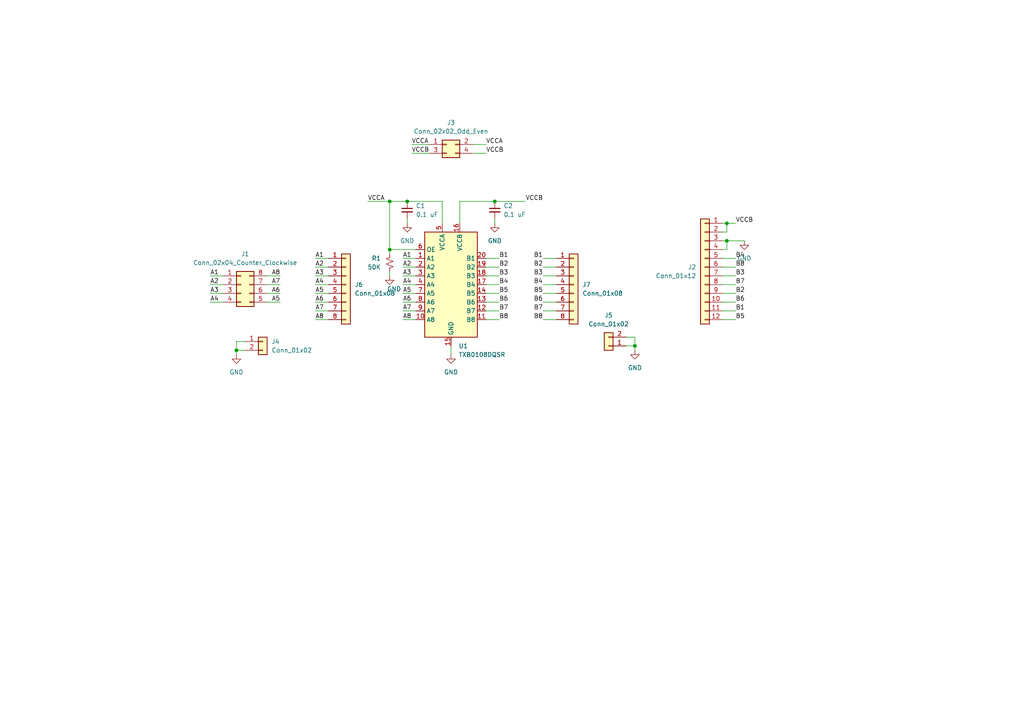
<source format=kicad_sch>
(kicad_sch (version 20230121) (generator eeschema)
  (paper "A4")
  (lib_symbols
    (symbol "Connector_Generic:Conn_01x02" (pin_names (offset 1.016) hide)
      (property "Reference" "J" (at 0 2.54 0))
      (property "Value" "Conn_01x02" (at 0 -5.08 0))
      (symbol "Conn_01x02_1_1"
        (rectangle (start -1.27 -2.413) (end 0 -2.667) (stroke (width 0.1524)))
        (rectangle (start -1.27 0.127) (end 0 -0.127) (stroke (width 0.1524)))
        (rectangle (start -1.27 1.27) (end 1.27 -3.81) (stroke (width 0.254)) (fill (type background)))
        (pin passive line (at -5.08 0 0) (length 3.81) (name "Pin_1") (number "1"))
        (pin passive line (at -5.08 -2.54 0) (length 3.81) (name "Pin_2") (number "2"))
      )
    )
    (symbol "Connector_Generic:Conn_01x08" (pin_names (offset 1.016) hide)
      (property "Reference" "J" (at 0 10.16 0))
      (property "Value" "Conn_01x08" (at 0 -12.7 0))
      (symbol "Conn_01x08_1_1"
        (rectangle (start -1.27 -10.033) (end 0 -10.287) (stroke (width 0.1524)))
        (rectangle (start -1.27 -7.493) (end 0 -7.747) (stroke (width 0.1524)))
        (rectangle (start -1.27 -4.953) (end 0 -5.207) (stroke (width 0.1524)))
        (rectangle (start -1.27 -2.413) (end 0 -2.667) (stroke (width 0.1524)))
        (rectangle (start -1.27 0.127) (end 0 -0.127) (stroke (width 0.1524)))
        (rectangle (start -1.27 2.667) (end 0 2.413) (stroke (width 0.1524)))
        (rectangle (start -1.27 5.207) (end 0 4.953) (stroke (width 0.1524)))
        (rectangle (start -1.27 7.747) (end 0 7.493) (stroke (width 0.1524)))
        (rectangle (start -1.27 8.89) (end 1.27 -11.43) (stroke (width 0.254)) (fill (type background)))
        (pin passive line (at -5.08 7.62 0) (length 3.81) (name "Pin_1") (number "1"))
        (pin passive line (at -5.08 5.08 0) (length 3.81) (name "Pin_2") (number "2"))
        (pin passive line (at -5.08 2.54 0) (length 3.81) (name "Pin_3") (number "3"))
        (pin passive line (at -5.08 0 0) (length 3.81) (name "Pin_4") (number "4"))
        (pin passive line (at -5.08 -2.54 0) (length 3.81) (name "Pin_5") (number "5"))
        (pin passive line (at -5.08 -5.08 0) (length 3.81) (name "Pin_6") (number "6"))
        (pin passive line (at -5.08 -7.62 0) (length 3.81) (name "Pin_7") (number "7"))
        (pin passive line (at -5.08 -10.16 0) (length 3.81) (name "Pin_8") (number "8"))
      )
    )
    (symbol "Connector_Generic:Conn_01x12" (pin_names (offset 1.016) hide)
      (property "Reference" "J" (at 0 15.24 0))
      (property "Value" "Conn_01x12" (at 0 -17.78 0))
      (symbol "Conn_01x12_1_1"
        (rectangle (start -1.27 -15.113) (end 0 -15.367) (stroke (width 0.1524)))
        (rectangle (start -1.27 -12.573) (end 0 -12.827) (stroke (width 0.1524)))
        (rectangle (start -1.27 -10.033) (end 0 -10.287) (stroke (width 0.1524)))
        (rectangle (start -1.27 -7.493) (end 0 -7.747) (stroke (width 0.1524)))
        (rectangle (start -1.27 -4.953) (end 0 -5.207) (stroke (width 0.1524)))
        (rectangle (start -1.27 -2.413) (end 0 -2.667) (stroke (width 0.1524)))
        (rectangle (start -1.27 0.127) (end 0 -0.127) (stroke (width 0.1524)))
        (rectangle (start -1.27 2.667) (end 0 2.413) (stroke (width 0.1524)))
        (rectangle (start -1.27 5.207) (end 0 4.953) (stroke (width 0.1524)))
        (rectangle (start -1.27 7.747) (end 0 7.493) (stroke (width 0.1524)))
        (rectangle (start -1.27 10.287) (end 0 10.033) (stroke (width 0.1524)))
        (rectangle (start -1.27 12.827) (end 0 12.573) (stroke (width 0.1524)))
        (rectangle (start -1.27 13.97) (end 1.27 -16.51) (stroke (width 0.254)) (fill (type background)))
        (pin passive line (at -5.08 12.7 0) (length 3.81) (name "Pin_1") (number "1"))
        (pin passive line (at -5.08 -10.16 0) (length 3.81) (name "Pin_10") (number "10"))
        (pin passive line (at -5.08 -12.7 0) (length 3.81) (name "Pin_11") (number "11"))
        (pin passive line (at -5.08 -15.24 0) (length 3.81) (name "Pin_12") (number "12"))
        (pin passive line (at -5.08 10.16 0) (length 3.81) (name "Pin_2") (number "2"))
        (pin passive line (at -5.08 7.62 0) (length 3.81) (name "Pin_3") (number "3"))
        (pin passive line (at -5.08 5.08 0) (length 3.81) (name "Pin_4") (number "4"))
        (pin passive line (at -5.08 2.54 0) (length 3.81) (name "Pin_5") (number "5"))
        (pin passive line (at -5.08 0 0) (length 3.81) (name "Pin_6") (number "6"))
        (pin passive line (at -5.08 -2.54 0) (length 3.81) (name "Pin_7") (number "7"))
        (pin passive line (at -5.08 -5.08 0) (length 3.81) (name "Pin_8") (number "8"))
        (pin passive line (at -5.08 -7.62 0) (length 3.81) (name "Pin_9") (number "9"))
      )
    )
    (symbol "Connector_Generic:Conn_02x02_Odd_Even" (pin_names (offset 1.016) hide)
      (property "Reference" "J" (at 1.27 2.54 0))
      (property "Value" "Conn_02x02_Odd_Even" (at 1.27 -5.08 0))
      (symbol "Conn_02x02_Odd_Even_1_1"
        (rectangle (start -1.27 -2.413) (end 0 -2.667) (stroke (width 0.1524)))
        (rectangle (start -1.27 0.127) (end 0 -0.127) (stroke (width 0.1524)))
        (rectangle (start -1.27 1.27) (end 3.81 -3.81) (stroke (width 0.254)) (fill (type background)))
        (rectangle (start 3.81 -2.413) (end 2.54 -2.667) (stroke (width 0.1524)))
        (rectangle (start 3.81 0.127) (end 2.54 -0.127) (stroke (width 0.1524)))
        (pin passive line (at -5.08 0 0) (length 3.81) (name "Pin_1") (number "1"))
        (pin passive line (at 7.62 0 180) (length 3.81) (name "Pin_2") (number "2"))
        (pin passive line (at -5.08 -2.54 0) (length 3.81) (name "Pin_3") (number "3"))
        (pin passive line (at 7.62 -2.54 180) (length 3.81) (name "Pin_4") (number "4"))
      )
    )
    (symbol "Connector_Generic:Conn_02x04_Counter_Clockwise" (pin_names (offset 1.016) hide)
      (property "Reference" "J" (at 1.27 5.08 0))
      (property "Value" "Conn_02x04_Counter_Clockwise" (at 1.27 -7.62 0))
      (symbol "Conn_02x04_Counter_Clockwise_1_1"
        (rectangle (start -1.27 -4.953) (end 0 -5.207) (stroke (width 0.1524)))
        (rectangle (start -1.27 -2.413) (end 0 -2.667) (stroke (width 0.1524)))
        (rectangle (start -1.27 0.127) (end 0 -0.127) (stroke (width 0.1524)))
        (rectangle (start -1.27 2.667) (end 0 2.413) (stroke (width 0.1524)))
        (rectangle (start -1.27 3.81) (end 3.81 -6.35) (stroke (width 0.254)) (fill (type background)))
        (rectangle (start 3.81 -4.953) (end 2.54 -5.207) (stroke (width 0.1524)))
        (rectangle (start 3.81 -2.413) (end 2.54 -2.667) (stroke (width 0.1524)))
        (rectangle (start 3.81 0.127) (end 2.54 -0.127) (stroke (width 0.1524)))
        (rectangle (start 3.81 2.667) (end 2.54 2.413) (stroke (width 0.1524)))
        (pin passive line (at -5.08 2.54 0) (length 3.81) (name "Pin_1") (number "1"))
        (pin passive line (at -5.08 0 0) (length 3.81) (name "Pin_2") (number "2"))
        (pin passive line (at -5.08 -2.54 0) (length 3.81) (name "Pin_3") (number "3"))
        (pin passive line (at -5.08 -5.08 0) (length 3.81) (name "Pin_4") (number "4"))
        (pin passive line (at 7.62 -5.08 180) (length 3.81) (name "Pin_5") (number "5"))
        (pin passive line (at 7.62 -2.54 180) (length 3.81) (name "Pin_6") (number "6"))
        (pin passive line (at 7.62 0 180) (length 3.81) (name "Pin_7") (number "7"))
        (pin passive line (at 7.62 2.54 180) (length 3.81) (name "Pin_8") (number "8"))
      )
    )
    (symbol "Device:C_Small" (pin_numbers hide) (pin_names (offset 0.254) hide)
      (property "Reference" "C" (at 0.254 1.778 0))
      (property "Value" "C_Small" (at 0.254 -2.032 0))
      (symbol "C_Small_0_1"
        (polyline (pts (xy -1.524 -0.508) (xy 1.524 -0.508)) (stroke (width 0.3302)))
        (polyline (pts (xy -1.524 0.508) (xy 1.524 0.508)) (stroke (width 0.3048)))
      )
      (symbol "C_Small_1_1"
        (pin passive line (at 0 2.54 270) (length 2.032) (name "~") (number "1"))
        (pin passive line (at 0 -2.54 90) (length 2.032) (name "~") (number "2"))
      )
    )
    (symbol "Device:R_Small_US" (pin_numbers hide) (pin_names (offset 0.254) hide)
      (property "Reference" "R" (at 0.762 0.508 0))
      (property "Value" "R_Small_US" (at 0.762 -1.016 0))
      (symbol "R_Small_US_1_1"
        (polyline (pts (xy 0 0) (xy 1.016 -0.381) (xy 0 -0.762) (xy -1.016 -1.143) (xy 0 -1.524)))
        (polyline (pts (xy 0 1.524) (xy 1.016 1.143) (xy 0 0.762) (xy -1.016 0.381) (xy 0 0)))
        (pin passive line (at 0 2.54 270) (length 1.016) (name "~") (number "1"))
        (pin passive line (at 0 -2.54 90) (length 1.016) (name "~") (number "2"))
      )
    )
    (symbol "Logic_LevelTranslator:TXB0108DQSR"
      (property "Reference" "U" (at -6.35 16.51 0))
      (property "Value" "TXB0108DQSR" (at 3.81 16.51 0))
      (symbol "TXB0108DQSR_0_1"
        (rectangle (start -7.62 15.24) (end 7.62 -15.24) (stroke (width 0.254)) (fill (type background)))
      )
      (symbol "TXB0108DQSR_1_1"
        (pin bidirectional line (at -10.16 7.62 0) (length 2.54) (name "A1") (number "1"))
        (pin bidirectional line (at -10.16 -10.16 0) (length 2.54) (name "A8") (number "10"))
        (pin bidirectional line (at 10.16 -10.16 180) (length 2.54) (name "B8") (number "11"))
        (pin bidirectional line (at 10.16 -7.62 180) (length 2.54) (name "B7") (number "12"))
        (pin bidirectional line (at 10.16 -5.08 180) (length 2.54) (name "B6") (number "13"))
        (pin bidirectional line (at 10.16 -2.54 180) (length 2.54) (name "B5") (number "14"))
        (pin power_in line (at 0 -17.78 90) (length 2.54) (name "GND") (number "15"))
        (pin power_in line (at 2.54 17.78 270) (length 2.54) (name "VCCB") (number "16"))
        (pin bidirectional line (at 10.16 0 180) (length 2.54) (name "B4") (number "17"))
        (pin bidirectional line (at 10.16 2.54 180) (length 2.54) (name "B3") (number "18"))
        (pin bidirectional line (at 10.16 5.08 180) (length 2.54) (name "B2") (number "19"))
        (pin bidirectional line (at -10.16 5.08 0) (length 2.54) (name "A2") (number "2"))
        (pin bidirectional line (at 10.16 7.62 180) (length 2.54) (name "B1") (number "20"))
        (pin bidirectional line (at -10.16 2.54 0) (length 2.54) (name "A3") (number "3"))
        (pin bidirectional line (at -10.16 0 0) (length 2.54) (name "A4") (number "4"))
        (pin power_in line (at -2.54 17.78 270) (length 2.54) (name "VCCA") (number "5"))
        (pin input line (at -10.16 10.16 0) (length 2.54) (name "OE") (number "6"))
        (pin bidirectional line (at -10.16 -2.54 0) (length 2.54) (name "A5") (number "7"))
        (pin bidirectional line (at -10.16 -5.08 0) (length 2.54) (name "A6") (number "8"))
        (pin bidirectional line (at -10.16 -7.62 0) (length 2.54) (name "A7") (number "9"))
      )
    )
    (symbol "power:GND" (power) (pin_names (offset 0))
      (property "Value" "GND" (at 0 -3.81 0))
      (symbol "GND_0_1"
        (polyline (pts (xy 0 0) (xy 0 -1.27) (xy 1.27 -1.27) (xy 0 -2.54) (xy -1.27 -1.27) (xy 0 -1.27)))
      )
      (symbol "GND_1_1"
        (pin power_in line (at 0 0 270) (length 0) hide (name "GND") (number "1"))
      )
    )
  )
  (junction (at 210.82 69.85))
  (junction (at 113.03 58.42))
  (junction (at 118.11 58.42))
  (junction (at 210.82 64.77))
  (junction (at 184.15 100.33))
  (junction (at 68.58 101.6))
  (junction (at 113.03 72.39))
  (junction (at 143.51 58.42))
  (wire (pts (xy 161.29 85.09) (xy 157.48 85.09)))
  (wire (pts (xy 209.55 67.31) (xy 210.82 67.31)))
  (wire (pts (xy 140.97 85.09) (xy 144.78 85.09)))
  (wire (pts (xy 118.11 63.5) (xy 118.11 64.77)))
  (wire (pts (xy 137.16 44.45) (xy 140.97 44.45)))
  (wire (pts (xy 161.29 82.55) (xy 157.48 82.55)))
  (wire (pts (xy 81.28 82.55) (xy 77.47 82.55)))
  (wire (pts (xy 116.84 87.63) (xy 120.65 87.63)))
  (wire (pts (xy 64.77 82.55) (xy 60.96 82.55)))
  (wire (pts (xy 91.44 80.01) (xy 95.25 80.01)))
  (wire (pts (xy 133.35 58.42) (xy 133.35 64.77)))
  (wire (pts (xy 68.58 101.6) (xy 71.12 101.6)))
  (wire (pts (xy 209.55 74.93) (xy 213.36 74.93)))
  (wire (pts (xy 91.44 82.55) (xy 95.25 82.55)))
  (wire (pts (xy 210.82 64.77) (xy 213.36 64.77)))
  (wire (pts (xy 209.55 82.55) (xy 213.36 82.55)))
  (wire (pts (xy 209.55 77.47) (xy 213.36 77.47)))
  (wire (pts (xy 120.65 77.47) (xy 116.84 77.47)))
  (wire (pts (xy 91.44 90.17) (xy 95.25 90.17)))
  (wire (pts (xy 209.55 85.09) (xy 213.36 85.09)))
  (wire (pts (xy 77.47 85.09) (xy 81.28 85.09)))
  (wire (pts (xy 209.55 92.71) (xy 213.36 92.71)))
  (wire (pts (xy 161.29 80.01) (xy 157.48 80.01)))
  (wire (pts (xy 140.97 82.55) (xy 144.78 82.55)))
  (wire (pts (xy 91.44 85.09) (xy 95.25 85.09)))
  (wire (pts (xy 68.58 99.06) (xy 71.12 99.06)))
  (wire (pts (xy 116.84 92.71) (xy 120.65 92.71)))
  (wire (pts (xy 140.97 87.63) (xy 144.78 87.63)))
  (wire (pts (xy 119.38 41.91) (xy 124.46 41.91)))
  (wire (pts (xy 210.82 69.85) (xy 209.55 69.85)))
  (wire (pts (xy 113.03 73.66) (xy 113.03 72.39)))
  (wire (pts (xy 161.29 77.47) (xy 157.48 77.47)))
  (wire (pts (xy 181.61 97.79) (xy 184.15 97.79)))
  (wire (pts (xy 140.97 77.47) (xy 144.78 77.47)))
  (wire (pts (xy 106.68 58.42) (xy 113.03 58.42)))
  (wire (pts (xy 95.25 77.47) (xy 91.44 77.47)))
  (wire (pts (xy 210.82 67.31) (xy 210.82 64.77)))
  (wire (pts (xy 116.84 80.01) (xy 120.65 80.01)))
  (wire (pts (xy 119.38 44.45) (xy 124.46 44.45)))
  (wire (pts (xy 209.55 64.77) (xy 210.82 64.77)))
  (wire (pts (xy 91.44 74.93) (xy 95.25 74.93)))
  (wire (pts (xy 143.51 58.42) (xy 133.35 58.42)))
  (wire (pts (xy 91.44 87.63) (xy 95.25 87.63)))
  (wire (pts (xy 77.47 80.01) (xy 81.28 80.01)))
  (wire (pts (xy 161.29 90.17) (xy 157.48 90.17)))
  (wire (pts (xy 118.11 58.42) (xy 128.27 58.42)))
  (wire (pts (xy 140.97 80.01) (xy 144.78 80.01)))
  (wire (pts (xy 209.55 72.39) (xy 210.82 72.39)))
  (wire (pts (xy 209.55 87.63) (xy 213.36 87.63)))
  (wire (pts (xy 161.29 87.63) (xy 157.48 87.63)))
  (wire (pts (xy 81.28 87.63) (xy 77.47 87.63)))
  (wire (pts (xy 181.61 100.33) (xy 184.15 100.33)))
  (wire (pts (xy 215.9 69.85) (xy 210.82 69.85)))
  (wire (pts (xy 184.15 97.79) (xy 184.15 100.33)))
  (wire (pts (xy 161.29 74.93) (xy 157.48 74.93)))
  (wire (pts (xy 209.55 90.17) (xy 213.36 90.17)))
  (wire (pts (xy 210.82 72.39) (xy 210.82 69.85)))
  (wire (pts (xy 130.81 100.33) (xy 130.81 102.87)))
  (wire (pts (xy 68.58 101.6) (xy 68.58 99.06)))
  (wire (pts (xy 161.29 92.71) (xy 157.48 92.71)))
  (wire (pts (xy 60.96 80.01) (xy 64.77 80.01)))
  (wire (pts (xy 140.97 74.93) (xy 144.78 74.93)))
  (wire (pts (xy 113.03 58.42) (xy 113.03 72.39)))
  (wire (pts (xy 140.97 90.17) (xy 144.78 90.17)))
  (wire (pts (xy 113.03 58.42) (xy 118.11 58.42)))
  (wire (pts (xy 140.97 92.71) (xy 144.78 92.71)))
  (wire (pts (xy 116.84 85.09) (xy 120.65 85.09)))
  (wire (pts (xy 91.44 92.71) (xy 95.25 92.71)))
  (wire (pts (xy 116.84 74.93) (xy 120.65 74.93)))
  (wire (pts (xy 143.51 63.5) (xy 143.51 64.77)))
  (wire (pts (xy 116.84 90.17) (xy 120.65 90.17)))
  (wire (pts (xy 143.51 58.42) (xy 152.4 58.42)))
  (wire (pts (xy 60.96 85.09) (xy 64.77 85.09)))
  (wire (pts (xy 113.03 72.39) (xy 120.65 72.39)))
  (wire (pts (xy 137.16 41.91) (xy 140.97 41.91)))
  (wire (pts (xy 128.27 58.42) (xy 128.27 64.77)))
  (wire (pts (xy 64.77 87.63) (xy 60.96 87.63)))
  (wire (pts (xy 184.15 100.33) (xy 184.15 101.6)))
  (wire (pts (xy 209.55 80.01) (xy 213.36 80.01)))
  (wire (pts (xy 116.84 82.55) (xy 120.65 82.55)))
  (wire (pts (xy 113.03 78.74) (xy 113.03 80.01)))
  (wire (pts (xy 68.58 102.87) (xy 68.58 101.6)))
  (label "A1" (at 116.84 74.93 0))
  (label "A8" (at 91.44 92.71 0))
  (label "B5" (at 157.48 85.09 180))
  (label "VCCB" (at 152.4 58.42 0))
  (label "A8" (at 81.28 80.01 180))
  (label "B1" (at 144.78 74.93 0))
  (label "A4" (at 60.96 87.63 0))
  (label "A6" (at 116.84 87.63 0))
  (label "A5" (at 81.28 87.63 180))
  (label "A5" (at 91.44 85.09 0))
  (label "VCCA" (at 140.97 41.91 0))
  (label "B3" (at 213.36 80.01 0))
  (label "VCCB" (at 213.36 64.77 0))
  (label "B7" (at 213.36 82.55 0))
  (label "B4" (at 157.48 82.55 180))
  (label "A1" (at 60.96 80.01 0))
  (label "B8" (at 144.78 92.71 0))
  (label "B7" (at 157.48 90.17 180))
  (label "VCCA" (at 119.38 41.91 0))
  (label "A2" (at 91.44 77.47 0))
  (label "A1" (at 91.44 74.93 0))
  (label "B5" (at 144.78 85.09 0))
  (label "B8" (at 213.36 77.47 0))
  (label "B8" (at 157.48 92.71 180))
  (label "B2" (at 157.48 77.47 180))
  (label "VCCB" (at 119.38 44.45 0))
  (label "A3" (at 91.44 80.01 0))
  (label "B4" (at 144.78 82.55 0))
  (label "B7" (at 144.78 90.17 0))
  (label "A2" (at 60.96 82.55 0))
  (label "A7" (at 91.44 90.17 0))
  (label "A6" (at 91.44 87.63 0))
  (label "A5" (at 116.84 85.09 0))
  (label "B5" (at 213.36 92.71 0))
  (label "A8" (at 116.84 92.71 0))
  (label "B4" (at 213.36 74.93 0))
  (label "B3" (at 157.48 80.01 180))
  (label "A3" (at 60.96 85.09 0))
  (label "A3" (at 116.84 80.01 0))
  (label "B2" (at 213.36 85.09 0))
  (label "B6" (at 157.48 87.63 180))
  (label "A4" (at 116.84 82.55 0))
  (label "VCCB" (at 140.97 44.45 0))
  (label "A6" (at 81.28 85.09 180))
  (label "A4" (at 91.44 82.55 0))
  (label "B6" (at 213.36 87.63 0))
  (label "B2" (at 144.78 77.47 0))
  (label "A7" (at 116.84 90.17 0))
  (label "B1" (at 157.48 74.93 180))
  (label "B6" (at 144.78 87.63 0))
  (label "A2" (at 116.84 77.47 0))
  (label "B3" (at 144.78 80.01 0))
  (label "B1" (at 213.36 90.17 0))
  (label "A7" (at 81.28 82.55 180))
  (label "VCCA" (at 106.68 58.42 0))
  (symbol (lib_id "Device:C_Small") (at 118.11 60.96 0) (unit 1)
    (property "Reference" "C1" (at 120.65 59.6963 0) (effects (justify left)))
    (property "Value" "0.1 uF" (at 120.65 62.2363 0) (effects (justify left)))
    (property "Footprint" "Capacitor_SMD:C_0603_1608Metric" (effects hide))
  )
  (symbol (lib_id "Device:C_Small") (at 143.51 60.96 0) (unit 1)
    (property "Reference" "C2" (at 146.05 59.6963 0) (effects (justify left)))
    (property "Value" "0.1 uF" (at 146.05 62.2363 0) (effects (justify left)))
    (property "Footprint" "Capacitor_SMD:C_0603_1608Metric" (effects hide))
  )
  (symbol (lib_id "Connector_Generic:Conn_01x02") (at 176.53 100.33 180) (unit 1)
    (property "Reference" "J5" (at 176.53 91.44 0))
    (property "Value" "Conn_01x02" (at 176.53 93.98 0))
    (property "Footprint" "Connector_PinHeader_2.54mm:PinHeader_1x02_P2.54mm_Vertical" (effects hide))
  )
  (symbol (lib_id "Connector_Generic:Conn_01x08") (at 166.37 82.55 0) (unit 1)
    (property "Reference" "J7" (at 168.91 82.55 0) (effects (justify left)))
    (property "Value" "Conn_01x08" (at 168.91 85.09 0) (effects (justify left)))
    (property "Footprint" "Connector_PinHeader_2.54mm:PinHeader_1x08_P2.54mm_Vertical" (effects hide))
  )
  (symbol (lib_id "Connector_Generic:Conn_02x02_Odd_Even") (at 129.54 41.91 0) (unit 1)
    (property "Reference" "J3" (at 130.81 35.56 0))
    (property "Value" "Conn_02x02_Odd_Even" (at 130.81 38.1 0))
    (property "Footprint" "Connector_PinHeader_2.54mm:PinHeader_2x02_P2.54mm_Vertical" (effects hide))
  )
  (symbol (lib_id "power:GND") (at 68.58 102.87 0) (unit 1)
    (property "Reference" "#PWR05" (effects hide))
    (property "Value" "GND" (at 68.58 107.95 0))
  )
  (symbol (lib_id "Connector_Generic:Conn_02x04_Counter_Clockwise") (at 69.85 82.55 0) (unit 1)
    (property "Reference" "J1" (at 71.12 73.66 0))
    (property "Value" "Conn_02x04_Counter_Clockwise" (at 71.12 76.2 0))
    (property "Footprint" "Connector_PinHeader_2.54mm:PinHeader_2x04_P2.54mm_Vertical" (effects hide))
  )
  (symbol (lib_id "Device:R_Small_US") (at 113.03 76.2 0) (mirror y) (unit 1)
    (property "Reference" "R1" (at 110.49 74.93 0) (effects (justify left)))
    (property "Value" "50K" (at 110.49 77.47 0) (effects (justify left)))
    (property "Footprint" "Resistor_SMD:R_0603_1608Metric" (effects hide))
  )
  (symbol (lib_id "Connector_Generic:Conn_01x08") (at 100.33 82.55 0) (unit 1)
    (property "Reference" "J6" (at 102.87 82.55 0) (effects (justify left)))
    (property "Value" "Conn_01x08" (at 102.87 85.09 0) (effects (justify left)))
    (property "Footprint" "Connector_PinHeader_2.54mm:PinHeader_1x08_P2.54mm_Vertical" (effects hide))
  )
  (symbol (lib_id "power:GND") (at 215.9 69.85 0) (unit 1)
    (property "Reference" "#PWR04" (effects hide))
    (property "Value" "GND" (at 215.9 74.93 0))
  )
  (symbol (lib_id "power:GND") (at 130.81 102.87 0) (unit 1)
    (property "Reference" "#PWR03" (effects hide))
    (property "Value" "GND" (at 130.81 107.95 0))
  )
  (symbol (lib_id "Connector_Generic:Conn_01x12") (at 204.47 77.47 0) (mirror y) (unit 1)
    (property "Reference" "J2" (at 201.93 77.47 0) (effects (justify left)))
    (property "Value" "Conn_01x12" (at 201.93 80.01 0) (effects (justify left)))
    (property "Footprint" "Connector_PinHeader_2.54mm:PinHeader_2x06_P2.54mm_Horizontal" (effects hide))
  )
  (symbol (lib_id "power:GND") (at 113.03 80.01 0) (unit 1)
    (property "Reference" "#PWR07" (effects hide))
    (property "Value" "GND" (at 114.3 83.82 0))
  )
  (symbol (lib_id "power:GND") (at 184.15 101.6 0) (unit 1)
    (property "Reference" "#PWR06" (effects hide))
    (property "Value" "GND" (at 184.15 106.68 0))
  )
  (symbol (lib_id "Logic_LevelTranslator:TXB0108DQSR") (at 130.81 82.55 0) (unit 1)
    (property "Reference" "U1" (at 133.0041 100.33 0) (effects (justify left)))
    (property "Value" "TXB0108DQSR" (at 133.0041 102.87 0) (effects (justify left)))
    (property "Footprint" "Package_SON:USON-20_2x4mm_P0.4mm" (effects hide))
    (property "Datasheet" "http://www.ti.com/lit/ds/symlink/txb0108.pdf" (effects hide))
  )
  (symbol (lib_id "power:GND") (at 143.51 64.77 0) (unit 1)
    (property "Reference" "#PWR01" (effects hide))
    (property "Value" "GND" (at 143.51 69.85 0))
  )
  (symbol (lib_id "power:GND") (at 118.11 64.77 0) (unit 1)
    (property "Reference" "#PWR02" (effects hide))
    (property "Value" "GND" (at 118.11 69.85 0))
  )
  (symbol (lib_id "Connector_Generic:Conn_01x02") (at 76.2 99.06 0) (unit 1)
    (property "Reference" "J4" (at 78.74 99.06 0) (effects (justify left)))
    (property "Value" "Conn_01x02" (at 78.74 101.6 0) (effects (justify left)))
    (property "Footprint" "Connector_PinHeader_2.54mm:PinHeader_1x02_P2.54mm_Vertical" (effects hide))
  )
)
</source>
